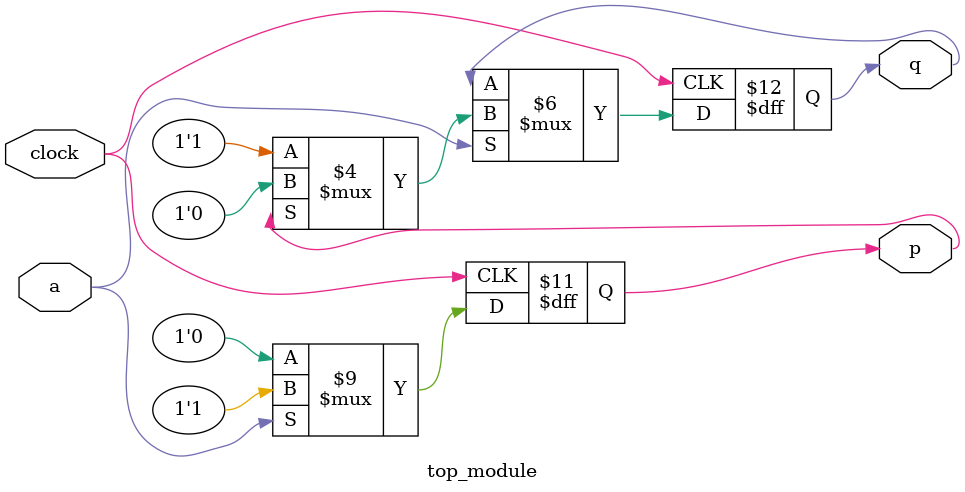
<source format=sv>
module top_module (
    input clock,
    input a, 
    output reg p,
    output reg q
);

always @(posedge clock) begin
    // Update p
    if (a) begin
        p <= 1;
    end else begin
        p <= 0;
    end

    // Update q
    if (a) begin
        if (p) begin
            q <= 0;
        end else begin
            q <= 1;
        end
    end else begin
        q <= q;
    end
end

endmodule

</source>
